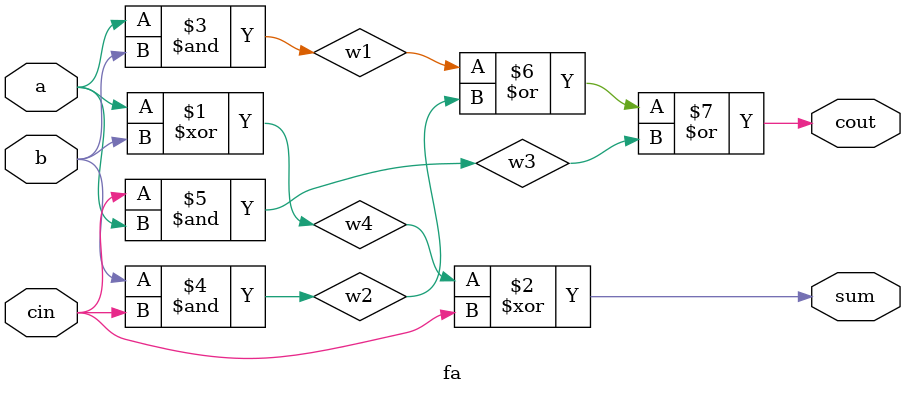
<source format=v>

module fa(cout, sum, a, b, cin);
    input a, b, cin;
    output cout, sum;
    wire w1, w2, w3, w4;
    xor (w4, a, b), (sum, w4, cin);
    and (w1, a, b), (w2, b, cin), (w3, cin, a);
    or (cout, w1, w2, w3);
endmodule
</source>
